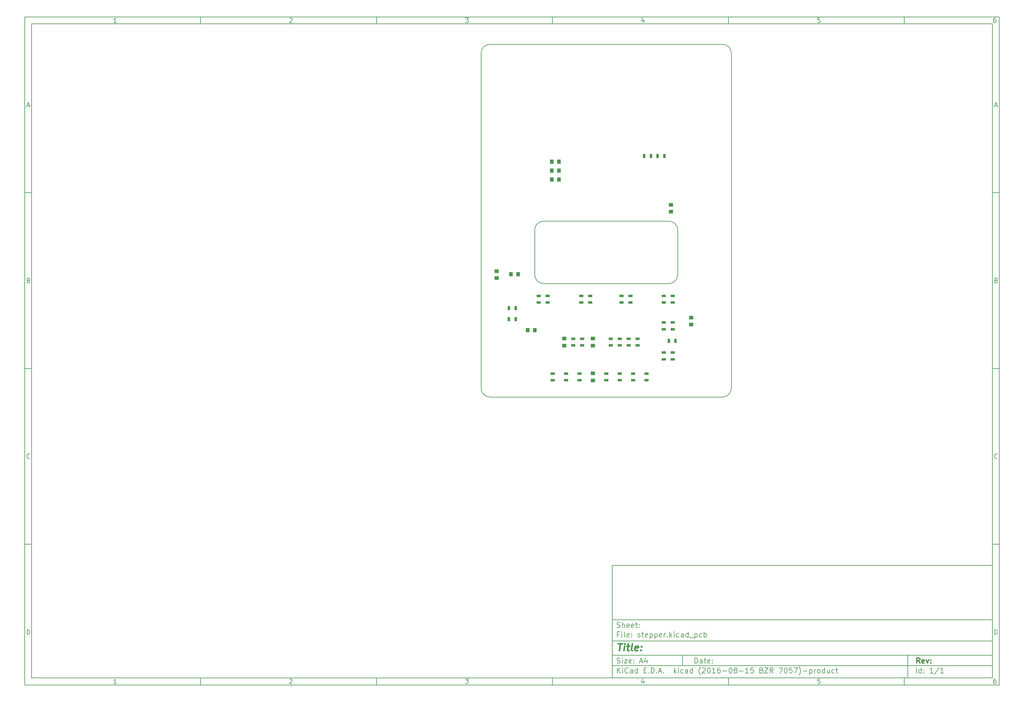
<source format=gbr>
G04 #@! TF.FileFunction,Paste,Bot*
%FSLAX46Y46*%
G04 Gerber Fmt 4.6, Leading zero omitted, Abs format (unit mm)*
G04 Created by KiCad (PCBNEW (2016-08-15 BZR 7057)-product) date Tue Nov  8 12:42:18 2016*
%MOMM*%
%LPD*%
G01*
G04 APERTURE LIST*
%ADD10C,0.100000*%
%ADD11C,0.150000*%
%ADD12C,0.300000*%
%ADD13C,0.400000*%
%ADD14R,1.000000X1.250000*%
%ADD15R,1.300000X0.700000*%
%ADD16R,0.700000X1.300000*%
%ADD17R,1.250000X1.000000*%
G04 APERTURE END LIST*
D10*
D11*
X177002200Y-166007200D02*
X177002200Y-198007200D01*
X285002200Y-198007200D01*
X285002200Y-166007200D01*
X177002200Y-166007200D01*
D10*
D11*
X10000000Y-10000000D02*
X10000000Y-200007200D01*
X287002200Y-200007200D01*
X287002200Y-10000000D01*
X10000000Y-10000000D01*
D10*
D11*
X12000000Y-12000000D02*
X12000000Y-198007200D01*
X285002200Y-198007200D01*
X285002200Y-12000000D01*
X12000000Y-12000000D01*
D10*
D11*
X60000000Y-12000000D02*
X60000000Y-10000000D01*
D10*
D11*
X110000000Y-12000000D02*
X110000000Y-10000000D01*
D10*
D11*
X160000000Y-12000000D02*
X160000000Y-10000000D01*
D10*
D11*
X210000000Y-12000000D02*
X210000000Y-10000000D01*
D10*
D11*
X260000000Y-12000000D02*
X260000000Y-10000000D01*
D10*
D11*
X36065476Y-11588095D02*
X35322619Y-11588095D01*
X35694047Y-11588095D02*
X35694047Y-10288095D01*
X35570238Y-10473809D01*
X35446428Y-10597619D01*
X35322619Y-10659523D01*
D10*
D11*
X85322619Y-10411904D02*
X85384523Y-10350000D01*
X85508333Y-10288095D01*
X85817857Y-10288095D01*
X85941666Y-10350000D01*
X86003571Y-10411904D01*
X86065476Y-10535714D01*
X86065476Y-10659523D01*
X86003571Y-10845238D01*
X85260714Y-11588095D01*
X86065476Y-11588095D01*
D10*
D11*
X135260714Y-10288095D02*
X136065476Y-10288095D01*
X135632142Y-10783333D01*
X135817857Y-10783333D01*
X135941666Y-10845238D01*
X136003571Y-10907142D01*
X136065476Y-11030952D01*
X136065476Y-11340476D01*
X136003571Y-11464285D01*
X135941666Y-11526190D01*
X135817857Y-11588095D01*
X135446428Y-11588095D01*
X135322619Y-11526190D01*
X135260714Y-11464285D01*
D10*
D11*
X185941666Y-10721428D02*
X185941666Y-11588095D01*
X185632142Y-10226190D02*
X185322619Y-11154761D01*
X186127380Y-11154761D01*
D10*
D11*
X236003571Y-10288095D02*
X235384523Y-10288095D01*
X235322619Y-10907142D01*
X235384523Y-10845238D01*
X235508333Y-10783333D01*
X235817857Y-10783333D01*
X235941666Y-10845238D01*
X236003571Y-10907142D01*
X236065476Y-11030952D01*
X236065476Y-11340476D01*
X236003571Y-11464285D01*
X235941666Y-11526190D01*
X235817857Y-11588095D01*
X235508333Y-11588095D01*
X235384523Y-11526190D01*
X235322619Y-11464285D01*
D10*
D11*
X285941666Y-10288095D02*
X285694047Y-10288095D01*
X285570238Y-10350000D01*
X285508333Y-10411904D01*
X285384523Y-10597619D01*
X285322619Y-10845238D01*
X285322619Y-11340476D01*
X285384523Y-11464285D01*
X285446428Y-11526190D01*
X285570238Y-11588095D01*
X285817857Y-11588095D01*
X285941666Y-11526190D01*
X286003571Y-11464285D01*
X286065476Y-11340476D01*
X286065476Y-11030952D01*
X286003571Y-10907142D01*
X285941666Y-10845238D01*
X285817857Y-10783333D01*
X285570238Y-10783333D01*
X285446428Y-10845238D01*
X285384523Y-10907142D01*
X285322619Y-11030952D01*
D10*
D11*
X60000000Y-198007200D02*
X60000000Y-200007200D01*
D10*
D11*
X110000000Y-198007200D02*
X110000000Y-200007200D01*
D10*
D11*
X160000000Y-198007200D02*
X160000000Y-200007200D01*
D10*
D11*
X210000000Y-198007200D02*
X210000000Y-200007200D01*
D10*
D11*
X260000000Y-198007200D02*
X260000000Y-200007200D01*
D10*
D11*
X36065476Y-199595295D02*
X35322619Y-199595295D01*
X35694047Y-199595295D02*
X35694047Y-198295295D01*
X35570238Y-198481009D01*
X35446428Y-198604819D01*
X35322619Y-198666723D01*
D10*
D11*
X85322619Y-198419104D02*
X85384523Y-198357200D01*
X85508333Y-198295295D01*
X85817857Y-198295295D01*
X85941666Y-198357200D01*
X86003571Y-198419104D01*
X86065476Y-198542914D01*
X86065476Y-198666723D01*
X86003571Y-198852438D01*
X85260714Y-199595295D01*
X86065476Y-199595295D01*
D10*
D11*
X135260714Y-198295295D02*
X136065476Y-198295295D01*
X135632142Y-198790533D01*
X135817857Y-198790533D01*
X135941666Y-198852438D01*
X136003571Y-198914342D01*
X136065476Y-199038152D01*
X136065476Y-199347676D01*
X136003571Y-199471485D01*
X135941666Y-199533390D01*
X135817857Y-199595295D01*
X135446428Y-199595295D01*
X135322619Y-199533390D01*
X135260714Y-199471485D01*
D10*
D11*
X185941666Y-198728628D02*
X185941666Y-199595295D01*
X185632142Y-198233390D02*
X185322619Y-199161961D01*
X186127380Y-199161961D01*
D10*
D11*
X236003571Y-198295295D02*
X235384523Y-198295295D01*
X235322619Y-198914342D01*
X235384523Y-198852438D01*
X235508333Y-198790533D01*
X235817857Y-198790533D01*
X235941666Y-198852438D01*
X236003571Y-198914342D01*
X236065476Y-199038152D01*
X236065476Y-199347676D01*
X236003571Y-199471485D01*
X235941666Y-199533390D01*
X235817857Y-199595295D01*
X235508333Y-199595295D01*
X235384523Y-199533390D01*
X235322619Y-199471485D01*
D10*
D11*
X285941666Y-198295295D02*
X285694047Y-198295295D01*
X285570238Y-198357200D01*
X285508333Y-198419104D01*
X285384523Y-198604819D01*
X285322619Y-198852438D01*
X285322619Y-199347676D01*
X285384523Y-199471485D01*
X285446428Y-199533390D01*
X285570238Y-199595295D01*
X285817857Y-199595295D01*
X285941666Y-199533390D01*
X286003571Y-199471485D01*
X286065476Y-199347676D01*
X286065476Y-199038152D01*
X286003571Y-198914342D01*
X285941666Y-198852438D01*
X285817857Y-198790533D01*
X285570238Y-198790533D01*
X285446428Y-198852438D01*
X285384523Y-198914342D01*
X285322619Y-199038152D01*
D10*
D11*
X10000000Y-60000000D02*
X12000000Y-60000000D01*
D10*
D11*
X10000000Y-110000000D02*
X12000000Y-110000000D01*
D10*
D11*
X10000000Y-160000000D02*
X12000000Y-160000000D01*
D10*
D11*
X10690476Y-35216666D02*
X11309523Y-35216666D01*
X10566666Y-35588095D02*
X11000000Y-34288095D01*
X11433333Y-35588095D01*
D10*
D11*
X11092857Y-84907142D02*
X11278571Y-84969047D01*
X11340476Y-85030952D01*
X11402380Y-85154761D01*
X11402380Y-85340476D01*
X11340476Y-85464285D01*
X11278571Y-85526190D01*
X11154761Y-85588095D01*
X10659523Y-85588095D01*
X10659523Y-84288095D01*
X11092857Y-84288095D01*
X11216666Y-84350000D01*
X11278571Y-84411904D01*
X11340476Y-84535714D01*
X11340476Y-84659523D01*
X11278571Y-84783333D01*
X11216666Y-84845238D01*
X11092857Y-84907142D01*
X10659523Y-84907142D01*
D10*
D11*
X11402380Y-135464285D02*
X11340476Y-135526190D01*
X11154761Y-135588095D01*
X11030952Y-135588095D01*
X10845238Y-135526190D01*
X10721428Y-135402380D01*
X10659523Y-135278571D01*
X10597619Y-135030952D01*
X10597619Y-134845238D01*
X10659523Y-134597619D01*
X10721428Y-134473809D01*
X10845238Y-134350000D01*
X11030952Y-134288095D01*
X11154761Y-134288095D01*
X11340476Y-134350000D01*
X11402380Y-134411904D01*
D10*
D11*
X10659523Y-185588095D02*
X10659523Y-184288095D01*
X10969047Y-184288095D01*
X11154761Y-184350000D01*
X11278571Y-184473809D01*
X11340476Y-184597619D01*
X11402380Y-184845238D01*
X11402380Y-185030952D01*
X11340476Y-185278571D01*
X11278571Y-185402380D01*
X11154761Y-185526190D01*
X10969047Y-185588095D01*
X10659523Y-185588095D01*
D10*
D11*
X287002200Y-60000000D02*
X285002200Y-60000000D01*
D10*
D11*
X287002200Y-110000000D02*
X285002200Y-110000000D01*
D10*
D11*
X287002200Y-160000000D02*
X285002200Y-160000000D01*
D10*
D11*
X285692676Y-35216666D02*
X286311723Y-35216666D01*
X285568866Y-35588095D02*
X286002200Y-34288095D01*
X286435533Y-35588095D01*
D10*
D11*
X286095057Y-84907142D02*
X286280771Y-84969047D01*
X286342676Y-85030952D01*
X286404580Y-85154761D01*
X286404580Y-85340476D01*
X286342676Y-85464285D01*
X286280771Y-85526190D01*
X286156961Y-85588095D01*
X285661723Y-85588095D01*
X285661723Y-84288095D01*
X286095057Y-84288095D01*
X286218866Y-84350000D01*
X286280771Y-84411904D01*
X286342676Y-84535714D01*
X286342676Y-84659523D01*
X286280771Y-84783333D01*
X286218866Y-84845238D01*
X286095057Y-84907142D01*
X285661723Y-84907142D01*
D10*
D11*
X286404580Y-135464285D02*
X286342676Y-135526190D01*
X286156961Y-135588095D01*
X286033152Y-135588095D01*
X285847438Y-135526190D01*
X285723628Y-135402380D01*
X285661723Y-135278571D01*
X285599819Y-135030952D01*
X285599819Y-134845238D01*
X285661723Y-134597619D01*
X285723628Y-134473809D01*
X285847438Y-134350000D01*
X286033152Y-134288095D01*
X286156961Y-134288095D01*
X286342676Y-134350000D01*
X286404580Y-134411904D01*
D10*
D11*
X285661723Y-185588095D02*
X285661723Y-184288095D01*
X285971247Y-184288095D01*
X286156961Y-184350000D01*
X286280771Y-184473809D01*
X286342676Y-184597619D01*
X286404580Y-184845238D01*
X286404580Y-185030952D01*
X286342676Y-185278571D01*
X286280771Y-185402380D01*
X286156961Y-185526190D01*
X285971247Y-185588095D01*
X285661723Y-185588095D01*
D10*
D11*
X200434342Y-193785771D02*
X200434342Y-192285771D01*
X200791485Y-192285771D01*
X201005771Y-192357200D01*
X201148628Y-192500057D01*
X201220057Y-192642914D01*
X201291485Y-192928628D01*
X201291485Y-193142914D01*
X201220057Y-193428628D01*
X201148628Y-193571485D01*
X201005771Y-193714342D01*
X200791485Y-193785771D01*
X200434342Y-193785771D01*
X202577200Y-193785771D02*
X202577200Y-193000057D01*
X202505771Y-192857200D01*
X202362914Y-192785771D01*
X202077200Y-192785771D01*
X201934342Y-192857200D01*
X202577200Y-193714342D02*
X202434342Y-193785771D01*
X202077200Y-193785771D01*
X201934342Y-193714342D01*
X201862914Y-193571485D01*
X201862914Y-193428628D01*
X201934342Y-193285771D01*
X202077200Y-193214342D01*
X202434342Y-193214342D01*
X202577200Y-193142914D01*
X203077200Y-192785771D02*
X203648628Y-192785771D01*
X203291485Y-192285771D02*
X203291485Y-193571485D01*
X203362914Y-193714342D01*
X203505771Y-193785771D01*
X203648628Y-193785771D01*
X204720057Y-193714342D02*
X204577200Y-193785771D01*
X204291485Y-193785771D01*
X204148628Y-193714342D01*
X204077200Y-193571485D01*
X204077200Y-193000057D01*
X204148628Y-192857200D01*
X204291485Y-192785771D01*
X204577200Y-192785771D01*
X204720057Y-192857200D01*
X204791485Y-193000057D01*
X204791485Y-193142914D01*
X204077200Y-193285771D01*
X205434342Y-193642914D02*
X205505771Y-193714342D01*
X205434342Y-193785771D01*
X205362914Y-193714342D01*
X205434342Y-193642914D01*
X205434342Y-193785771D01*
X205434342Y-192857200D02*
X205505771Y-192928628D01*
X205434342Y-193000057D01*
X205362914Y-192928628D01*
X205434342Y-192857200D01*
X205434342Y-193000057D01*
D10*
D11*
X177002200Y-194507200D02*
X285002200Y-194507200D01*
D10*
D11*
X178434342Y-196585771D02*
X178434342Y-195085771D01*
X179291485Y-196585771D02*
X178648628Y-195728628D01*
X179291485Y-195085771D02*
X178434342Y-195942914D01*
X179934342Y-196585771D02*
X179934342Y-195585771D01*
X179934342Y-195085771D02*
X179862914Y-195157200D01*
X179934342Y-195228628D01*
X180005771Y-195157200D01*
X179934342Y-195085771D01*
X179934342Y-195228628D01*
X181505771Y-196442914D02*
X181434342Y-196514342D01*
X181220057Y-196585771D01*
X181077200Y-196585771D01*
X180862914Y-196514342D01*
X180720057Y-196371485D01*
X180648628Y-196228628D01*
X180577200Y-195942914D01*
X180577200Y-195728628D01*
X180648628Y-195442914D01*
X180720057Y-195300057D01*
X180862914Y-195157200D01*
X181077200Y-195085771D01*
X181220057Y-195085771D01*
X181434342Y-195157200D01*
X181505771Y-195228628D01*
X182791485Y-196585771D02*
X182791485Y-195800057D01*
X182720057Y-195657200D01*
X182577200Y-195585771D01*
X182291485Y-195585771D01*
X182148628Y-195657200D01*
X182791485Y-196514342D02*
X182648628Y-196585771D01*
X182291485Y-196585771D01*
X182148628Y-196514342D01*
X182077200Y-196371485D01*
X182077200Y-196228628D01*
X182148628Y-196085771D01*
X182291485Y-196014342D01*
X182648628Y-196014342D01*
X182791485Y-195942914D01*
X184148628Y-196585771D02*
X184148628Y-195085771D01*
X184148628Y-196514342D02*
X184005771Y-196585771D01*
X183720057Y-196585771D01*
X183577200Y-196514342D01*
X183505771Y-196442914D01*
X183434342Y-196300057D01*
X183434342Y-195871485D01*
X183505771Y-195728628D01*
X183577200Y-195657200D01*
X183720057Y-195585771D01*
X184005771Y-195585771D01*
X184148628Y-195657200D01*
X186005771Y-195800057D02*
X186505771Y-195800057D01*
X186720057Y-196585771D02*
X186005771Y-196585771D01*
X186005771Y-195085771D01*
X186720057Y-195085771D01*
X187362914Y-196442914D02*
X187434342Y-196514342D01*
X187362914Y-196585771D01*
X187291485Y-196514342D01*
X187362914Y-196442914D01*
X187362914Y-196585771D01*
X188077200Y-196585771D02*
X188077200Y-195085771D01*
X188434342Y-195085771D01*
X188648628Y-195157200D01*
X188791485Y-195300057D01*
X188862914Y-195442914D01*
X188934342Y-195728628D01*
X188934342Y-195942914D01*
X188862914Y-196228628D01*
X188791485Y-196371485D01*
X188648628Y-196514342D01*
X188434342Y-196585771D01*
X188077200Y-196585771D01*
X189577200Y-196442914D02*
X189648628Y-196514342D01*
X189577200Y-196585771D01*
X189505771Y-196514342D01*
X189577200Y-196442914D01*
X189577200Y-196585771D01*
X190220057Y-196157200D02*
X190934342Y-196157200D01*
X190077200Y-196585771D02*
X190577200Y-195085771D01*
X191077200Y-196585771D01*
X191577200Y-196442914D02*
X191648628Y-196514342D01*
X191577200Y-196585771D01*
X191505771Y-196514342D01*
X191577200Y-196442914D01*
X191577200Y-196585771D01*
X194577200Y-196585771D02*
X194577200Y-195085771D01*
X194720057Y-196014342D02*
X195148628Y-196585771D01*
X195148628Y-195585771D02*
X194577200Y-196157200D01*
X195791485Y-196585771D02*
X195791485Y-195585771D01*
X195791485Y-195085771D02*
X195720057Y-195157200D01*
X195791485Y-195228628D01*
X195862914Y-195157200D01*
X195791485Y-195085771D01*
X195791485Y-195228628D01*
X197148628Y-196514342D02*
X197005771Y-196585771D01*
X196720057Y-196585771D01*
X196577200Y-196514342D01*
X196505771Y-196442914D01*
X196434342Y-196300057D01*
X196434342Y-195871485D01*
X196505771Y-195728628D01*
X196577200Y-195657200D01*
X196720057Y-195585771D01*
X197005771Y-195585771D01*
X197148628Y-195657200D01*
X198434342Y-196585771D02*
X198434342Y-195800057D01*
X198362914Y-195657200D01*
X198220057Y-195585771D01*
X197934342Y-195585771D01*
X197791485Y-195657200D01*
X198434342Y-196514342D02*
X198291485Y-196585771D01*
X197934342Y-196585771D01*
X197791485Y-196514342D01*
X197720057Y-196371485D01*
X197720057Y-196228628D01*
X197791485Y-196085771D01*
X197934342Y-196014342D01*
X198291485Y-196014342D01*
X198434342Y-195942914D01*
X199791485Y-196585771D02*
X199791485Y-195085771D01*
X199791485Y-196514342D02*
X199648628Y-196585771D01*
X199362914Y-196585771D01*
X199220057Y-196514342D01*
X199148628Y-196442914D01*
X199077200Y-196300057D01*
X199077200Y-195871485D01*
X199148628Y-195728628D01*
X199220057Y-195657200D01*
X199362914Y-195585771D01*
X199648628Y-195585771D01*
X199791485Y-195657200D01*
X202077200Y-197157200D02*
X202005771Y-197085771D01*
X201862914Y-196871485D01*
X201791485Y-196728628D01*
X201720057Y-196514342D01*
X201648628Y-196157200D01*
X201648628Y-195871485D01*
X201720057Y-195514342D01*
X201791485Y-195300057D01*
X201862914Y-195157200D01*
X202005771Y-194942914D01*
X202077200Y-194871485D01*
X202577200Y-195228628D02*
X202648628Y-195157200D01*
X202791485Y-195085771D01*
X203148628Y-195085771D01*
X203291485Y-195157200D01*
X203362914Y-195228628D01*
X203434342Y-195371485D01*
X203434342Y-195514342D01*
X203362914Y-195728628D01*
X202505771Y-196585771D01*
X203434342Y-196585771D01*
X204362914Y-195085771D02*
X204505771Y-195085771D01*
X204648628Y-195157200D01*
X204720057Y-195228628D01*
X204791485Y-195371485D01*
X204862914Y-195657200D01*
X204862914Y-196014342D01*
X204791485Y-196300057D01*
X204720057Y-196442914D01*
X204648628Y-196514342D01*
X204505771Y-196585771D01*
X204362914Y-196585771D01*
X204220057Y-196514342D01*
X204148628Y-196442914D01*
X204077200Y-196300057D01*
X204005771Y-196014342D01*
X204005771Y-195657200D01*
X204077200Y-195371485D01*
X204148628Y-195228628D01*
X204220057Y-195157200D01*
X204362914Y-195085771D01*
X206291485Y-196585771D02*
X205434342Y-196585771D01*
X205862914Y-196585771D02*
X205862914Y-195085771D01*
X205720057Y-195300057D01*
X205577200Y-195442914D01*
X205434342Y-195514342D01*
X207577200Y-195085771D02*
X207291485Y-195085771D01*
X207148628Y-195157200D01*
X207077200Y-195228628D01*
X206934342Y-195442914D01*
X206862914Y-195728628D01*
X206862914Y-196300057D01*
X206934342Y-196442914D01*
X207005771Y-196514342D01*
X207148628Y-196585771D01*
X207434342Y-196585771D01*
X207577200Y-196514342D01*
X207648628Y-196442914D01*
X207720057Y-196300057D01*
X207720057Y-195942914D01*
X207648628Y-195800057D01*
X207577200Y-195728628D01*
X207434342Y-195657200D01*
X207148628Y-195657200D01*
X207005771Y-195728628D01*
X206934342Y-195800057D01*
X206862914Y-195942914D01*
X208362914Y-196014342D02*
X209505771Y-196014342D01*
X210505771Y-195085771D02*
X210648628Y-195085771D01*
X210791485Y-195157200D01*
X210862914Y-195228628D01*
X210934342Y-195371485D01*
X211005771Y-195657200D01*
X211005771Y-196014342D01*
X210934342Y-196300057D01*
X210862914Y-196442914D01*
X210791485Y-196514342D01*
X210648628Y-196585771D01*
X210505771Y-196585771D01*
X210362914Y-196514342D01*
X210291485Y-196442914D01*
X210220057Y-196300057D01*
X210148628Y-196014342D01*
X210148628Y-195657200D01*
X210220057Y-195371485D01*
X210291485Y-195228628D01*
X210362914Y-195157200D01*
X210505771Y-195085771D01*
X211862914Y-195728628D02*
X211720057Y-195657200D01*
X211648628Y-195585771D01*
X211577200Y-195442914D01*
X211577200Y-195371485D01*
X211648628Y-195228628D01*
X211720057Y-195157200D01*
X211862914Y-195085771D01*
X212148628Y-195085771D01*
X212291485Y-195157200D01*
X212362914Y-195228628D01*
X212434342Y-195371485D01*
X212434342Y-195442914D01*
X212362914Y-195585771D01*
X212291485Y-195657200D01*
X212148628Y-195728628D01*
X211862914Y-195728628D01*
X211720057Y-195800057D01*
X211648628Y-195871485D01*
X211577200Y-196014342D01*
X211577200Y-196300057D01*
X211648628Y-196442914D01*
X211720057Y-196514342D01*
X211862914Y-196585771D01*
X212148628Y-196585771D01*
X212291485Y-196514342D01*
X212362914Y-196442914D01*
X212434342Y-196300057D01*
X212434342Y-196014342D01*
X212362914Y-195871485D01*
X212291485Y-195800057D01*
X212148628Y-195728628D01*
X213077200Y-196014342D02*
X214220057Y-196014342D01*
X215720057Y-196585771D02*
X214862914Y-196585771D01*
X215291485Y-196585771D02*
X215291485Y-195085771D01*
X215148628Y-195300057D01*
X215005771Y-195442914D01*
X214862914Y-195514342D01*
X217077200Y-195085771D02*
X216362914Y-195085771D01*
X216291485Y-195800057D01*
X216362914Y-195728628D01*
X216505771Y-195657200D01*
X216862914Y-195657200D01*
X217005771Y-195728628D01*
X217077200Y-195800057D01*
X217148628Y-195942914D01*
X217148628Y-196300057D01*
X217077200Y-196442914D01*
X217005771Y-196514342D01*
X216862914Y-196585771D01*
X216505771Y-196585771D01*
X216362914Y-196514342D01*
X216291485Y-196442914D01*
X219434342Y-195800057D02*
X219648628Y-195871485D01*
X219720057Y-195942914D01*
X219791485Y-196085771D01*
X219791485Y-196300057D01*
X219720057Y-196442914D01*
X219648628Y-196514342D01*
X219505771Y-196585771D01*
X218934342Y-196585771D01*
X218934342Y-195085771D01*
X219434342Y-195085771D01*
X219577200Y-195157200D01*
X219648628Y-195228628D01*
X219720057Y-195371485D01*
X219720057Y-195514342D01*
X219648628Y-195657200D01*
X219577200Y-195728628D01*
X219434342Y-195800057D01*
X218934342Y-195800057D01*
X220291485Y-195085771D02*
X221291485Y-195085771D01*
X220291485Y-196585771D01*
X221291485Y-196585771D01*
X222720057Y-196585771D02*
X222220057Y-195871485D01*
X221862914Y-196585771D02*
X221862914Y-195085771D01*
X222434342Y-195085771D01*
X222577200Y-195157200D01*
X222648628Y-195228628D01*
X222720057Y-195371485D01*
X222720057Y-195585771D01*
X222648628Y-195728628D01*
X222577200Y-195800057D01*
X222434342Y-195871485D01*
X221862914Y-195871485D01*
X224362914Y-195085771D02*
X225362914Y-195085771D01*
X224720057Y-196585771D01*
X226220057Y-195085771D02*
X226362914Y-195085771D01*
X226505771Y-195157200D01*
X226577200Y-195228628D01*
X226648628Y-195371485D01*
X226720057Y-195657200D01*
X226720057Y-196014342D01*
X226648628Y-196300057D01*
X226577200Y-196442914D01*
X226505771Y-196514342D01*
X226362914Y-196585771D01*
X226220057Y-196585771D01*
X226077200Y-196514342D01*
X226005771Y-196442914D01*
X225934342Y-196300057D01*
X225862914Y-196014342D01*
X225862914Y-195657200D01*
X225934342Y-195371485D01*
X226005771Y-195228628D01*
X226077200Y-195157200D01*
X226220057Y-195085771D01*
X228077200Y-195085771D02*
X227362914Y-195085771D01*
X227291485Y-195800057D01*
X227362914Y-195728628D01*
X227505771Y-195657200D01*
X227862914Y-195657200D01*
X228005771Y-195728628D01*
X228077200Y-195800057D01*
X228148628Y-195942914D01*
X228148628Y-196300057D01*
X228077200Y-196442914D01*
X228005771Y-196514342D01*
X227862914Y-196585771D01*
X227505771Y-196585771D01*
X227362914Y-196514342D01*
X227291485Y-196442914D01*
X228648628Y-195085771D02*
X229648628Y-195085771D01*
X229005771Y-196585771D01*
X230077199Y-197157200D02*
X230148628Y-197085771D01*
X230291485Y-196871485D01*
X230362914Y-196728628D01*
X230434342Y-196514342D01*
X230505771Y-196157200D01*
X230505771Y-195871485D01*
X230434342Y-195514342D01*
X230362914Y-195300057D01*
X230291485Y-195157200D01*
X230148628Y-194942914D01*
X230077199Y-194871485D01*
X231220057Y-196014342D02*
X232362914Y-196014342D01*
X233077199Y-195585771D02*
X233077199Y-197085771D01*
X233077199Y-195657200D02*
X233220057Y-195585771D01*
X233505771Y-195585771D01*
X233648628Y-195657200D01*
X233720057Y-195728628D01*
X233791485Y-195871485D01*
X233791485Y-196300057D01*
X233720057Y-196442914D01*
X233648628Y-196514342D01*
X233505771Y-196585771D01*
X233220057Y-196585771D01*
X233077199Y-196514342D01*
X234434342Y-196585771D02*
X234434342Y-195585771D01*
X234434342Y-195871485D02*
X234505771Y-195728628D01*
X234577199Y-195657200D01*
X234720057Y-195585771D01*
X234862914Y-195585771D01*
X235577199Y-196585771D02*
X235434342Y-196514342D01*
X235362914Y-196442914D01*
X235291485Y-196300057D01*
X235291485Y-195871485D01*
X235362914Y-195728628D01*
X235434342Y-195657200D01*
X235577199Y-195585771D01*
X235791485Y-195585771D01*
X235934342Y-195657200D01*
X236005771Y-195728628D01*
X236077199Y-195871485D01*
X236077199Y-196300057D01*
X236005771Y-196442914D01*
X235934342Y-196514342D01*
X235791485Y-196585771D01*
X235577199Y-196585771D01*
X237362914Y-196585771D02*
X237362914Y-195085771D01*
X237362914Y-196514342D02*
X237220057Y-196585771D01*
X236934342Y-196585771D01*
X236791485Y-196514342D01*
X236720057Y-196442914D01*
X236648628Y-196300057D01*
X236648628Y-195871485D01*
X236720057Y-195728628D01*
X236791485Y-195657200D01*
X236934342Y-195585771D01*
X237220057Y-195585771D01*
X237362914Y-195657200D01*
X238720057Y-195585771D02*
X238720057Y-196585771D01*
X238077199Y-195585771D02*
X238077199Y-196371485D01*
X238148628Y-196514342D01*
X238291485Y-196585771D01*
X238505771Y-196585771D01*
X238648628Y-196514342D01*
X238720057Y-196442914D01*
X240077199Y-196514342D02*
X239934342Y-196585771D01*
X239648628Y-196585771D01*
X239505771Y-196514342D01*
X239434342Y-196442914D01*
X239362914Y-196300057D01*
X239362914Y-195871485D01*
X239434342Y-195728628D01*
X239505771Y-195657200D01*
X239648628Y-195585771D01*
X239934342Y-195585771D01*
X240077199Y-195657200D01*
X240505771Y-195585771D02*
X241077199Y-195585771D01*
X240720057Y-195085771D02*
X240720057Y-196371485D01*
X240791485Y-196514342D01*
X240934342Y-196585771D01*
X241077199Y-196585771D01*
D10*
D11*
X177002200Y-191507200D02*
X285002200Y-191507200D01*
D10*
D12*
X264411485Y-193785771D02*
X263911485Y-193071485D01*
X263554342Y-193785771D02*
X263554342Y-192285771D01*
X264125771Y-192285771D01*
X264268628Y-192357200D01*
X264340057Y-192428628D01*
X264411485Y-192571485D01*
X264411485Y-192785771D01*
X264340057Y-192928628D01*
X264268628Y-193000057D01*
X264125771Y-193071485D01*
X263554342Y-193071485D01*
X265625771Y-193714342D02*
X265482914Y-193785771D01*
X265197200Y-193785771D01*
X265054342Y-193714342D01*
X264982914Y-193571485D01*
X264982914Y-193000057D01*
X265054342Y-192857200D01*
X265197200Y-192785771D01*
X265482914Y-192785771D01*
X265625771Y-192857200D01*
X265697200Y-193000057D01*
X265697200Y-193142914D01*
X264982914Y-193285771D01*
X266197200Y-192785771D02*
X266554342Y-193785771D01*
X266911485Y-192785771D01*
X267482914Y-193642914D02*
X267554342Y-193714342D01*
X267482914Y-193785771D01*
X267411485Y-193714342D01*
X267482914Y-193642914D01*
X267482914Y-193785771D01*
X267482914Y-192857200D02*
X267554342Y-192928628D01*
X267482914Y-193000057D01*
X267411485Y-192928628D01*
X267482914Y-192857200D01*
X267482914Y-193000057D01*
D10*
D11*
X178362914Y-193714342D02*
X178577200Y-193785771D01*
X178934342Y-193785771D01*
X179077200Y-193714342D01*
X179148628Y-193642914D01*
X179220057Y-193500057D01*
X179220057Y-193357200D01*
X179148628Y-193214342D01*
X179077200Y-193142914D01*
X178934342Y-193071485D01*
X178648628Y-193000057D01*
X178505771Y-192928628D01*
X178434342Y-192857200D01*
X178362914Y-192714342D01*
X178362914Y-192571485D01*
X178434342Y-192428628D01*
X178505771Y-192357200D01*
X178648628Y-192285771D01*
X179005771Y-192285771D01*
X179220057Y-192357200D01*
X179862914Y-193785771D02*
X179862914Y-192785771D01*
X179862914Y-192285771D02*
X179791485Y-192357200D01*
X179862914Y-192428628D01*
X179934342Y-192357200D01*
X179862914Y-192285771D01*
X179862914Y-192428628D01*
X180434342Y-192785771D02*
X181220057Y-192785771D01*
X180434342Y-193785771D01*
X181220057Y-193785771D01*
X182362914Y-193714342D02*
X182220057Y-193785771D01*
X181934342Y-193785771D01*
X181791485Y-193714342D01*
X181720057Y-193571485D01*
X181720057Y-193000057D01*
X181791485Y-192857200D01*
X181934342Y-192785771D01*
X182220057Y-192785771D01*
X182362914Y-192857200D01*
X182434342Y-193000057D01*
X182434342Y-193142914D01*
X181720057Y-193285771D01*
X183077200Y-193642914D02*
X183148628Y-193714342D01*
X183077200Y-193785771D01*
X183005771Y-193714342D01*
X183077200Y-193642914D01*
X183077200Y-193785771D01*
X183077200Y-192857200D02*
X183148628Y-192928628D01*
X183077200Y-193000057D01*
X183005771Y-192928628D01*
X183077200Y-192857200D01*
X183077200Y-193000057D01*
X184862914Y-193357200D02*
X185577200Y-193357200D01*
X184720057Y-193785771D02*
X185220057Y-192285771D01*
X185720057Y-193785771D01*
X186862914Y-192785771D02*
X186862914Y-193785771D01*
X186505771Y-192214342D02*
X186148628Y-193285771D01*
X187077200Y-193285771D01*
D10*
D11*
X263434342Y-196585771D02*
X263434342Y-195085771D01*
X264791485Y-196585771D02*
X264791485Y-195085771D01*
X264791485Y-196514342D02*
X264648628Y-196585771D01*
X264362914Y-196585771D01*
X264220057Y-196514342D01*
X264148628Y-196442914D01*
X264077200Y-196300057D01*
X264077200Y-195871485D01*
X264148628Y-195728628D01*
X264220057Y-195657200D01*
X264362914Y-195585771D01*
X264648628Y-195585771D01*
X264791485Y-195657200D01*
X265505771Y-196442914D02*
X265577200Y-196514342D01*
X265505771Y-196585771D01*
X265434342Y-196514342D01*
X265505771Y-196442914D01*
X265505771Y-196585771D01*
X265505771Y-195657200D02*
X265577200Y-195728628D01*
X265505771Y-195800057D01*
X265434342Y-195728628D01*
X265505771Y-195657200D01*
X265505771Y-195800057D01*
X268148628Y-196585771D02*
X267291485Y-196585771D01*
X267720057Y-196585771D02*
X267720057Y-195085771D01*
X267577200Y-195300057D01*
X267434342Y-195442914D01*
X267291485Y-195514342D01*
X269862914Y-195014342D02*
X268577200Y-196942914D01*
X271148628Y-196585771D02*
X270291485Y-196585771D01*
X270720057Y-196585771D02*
X270720057Y-195085771D01*
X270577200Y-195300057D01*
X270434342Y-195442914D01*
X270291485Y-195514342D01*
D10*
D11*
X177002200Y-187507200D02*
X285002200Y-187507200D01*
D10*
D13*
X178714580Y-188211961D02*
X179857438Y-188211961D01*
X179036009Y-190211961D02*
X179286009Y-188211961D01*
X180274104Y-190211961D02*
X180440771Y-188878628D01*
X180524104Y-188211961D02*
X180416961Y-188307200D01*
X180500295Y-188402438D01*
X180607438Y-188307200D01*
X180524104Y-188211961D01*
X180500295Y-188402438D01*
X181107438Y-188878628D02*
X181869342Y-188878628D01*
X181476485Y-188211961D02*
X181262200Y-189926247D01*
X181333628Y-190116723D01*
X181512200Y-190211961D01*
X181702676Y-190211961D01*
X182655057Y-190211961D02*
X182476485Y-190116723D01*
X182405057Y-189926247D01*
X182619342Y-188211961D01*
X184190771Y-190116723D02*
X183988390Y-190211961D01*
X183607438Y-190211961D01*
X183428866Y-190116723D01*
X183357438Y-189926247D01*
X183452676Y-189164342D01*
X183571723Y-188973866D01*
X183774104Y-188878628D01*
X184155057Y-188878628D01*
X184333628Y-188973866D01*
X184405057Y-189164342D01*
X184381247Y-189354819D01*
X183405057Y-189545295D01*
X185155057Y-190021485D02*
X185238390Y-190116723D01*
X185131247Y-190211961D01*
X185047914Y-190116723D01*
X185155057Y-190021485D01*
X185131247Y-190211961D01*
X185286009Y-188973866D02*
X185369342Y-189069104D01*
X185262200Y-189164342D01*
X185178866Y-189069104D01*
X185286009Y-188973866D01*
X185262200Y-189164342D01*
D10*
D11*
X178934342Y-185600057D02*
X178434342Y-185600057D01*
X178434342Y-186385771D02*
X178434342Y-184885771D01*
X179148628Y-184885771D01*
X179720057Y-186385771D02*
X179720057Y-185385771D01*
X179720057Y-184885771D02*
X179648628Y-184957200D01*
X179720057Y-185028628D01*
X179791485Y-184957200D01*
X179720057Y-184885771D01*
X179720057Y-185028628D01*
X180648628Y-186385771D02*
X180505771Y-186314342D01*
X180434342Y-186171485D01*
X180434342Y-184885771D01*
X181791485Y-186314342D02*
X181648628Y-186385771D01*
X181362914Y-186385771D01*
X181220057Y-186314342D01*
X181148628Y-186171485D01*
X181148628Y-185600057D01*
X181220057Y-185457200D01*
X181362914Y-185385771D01*
X181648628Y-185385771D01*
X181791485Y-185457200D01*
X181862914Y-185600057D01*
X181862914Y-185742914D01*
X181148628Y-185885771D01*
X182505771Y-186242914D02*
X182577200Y-186314342D01*
X182505771Y-186385771D01*
X182434342Y-186314342D01*
X182505771Y-186242914D01*
X182505771Y-186385771D01*
X182505771Y-185457200D02*
X182577200Y-185528628D01*
X182505771Y-185600057D01*
X182434342Y-185528628D01*
X182505771Y-185457200D01*
X182505771Y-185600057D01*
X184291485Y-186314342D02*
X184434342Y-186385771D01*
X184720057Y-186385771D01*
X184862914Y-186314342D01*
X184934342Y-186171485D01*
X184934342Y-186100057D01*
X184862914Y-185957200D01*
X184720057Y-185885771D01*
X184505771Y-185885771D01*
X184362914Y-185814342D01*
X184291485Y-185671485D01*
X184291485Y-185600057D01*
X184362914Y-185457200D01*
X184505771Y-185385771D01*
X184720057Y-185385771D01*
X184862914Y-185457200D01*
X185362914Y-185385771D02*
X185934342Y-185385771D01*
X185577200Y-184885771D02*
X185577200Y-186171485D01*
X185648628Y-186314342D01*
X185791485Y-186385771D01*
X185934342Y-186385771D01*
X187005771Y-186314342D02*
X186862914Y-186385771D01*
X186577200Y-186385771D01*
X186434342Y-186314342D01*
X186362914Y-186171485D01*
X186362914Y-185600057D01*
X186434342Y-185457200D01*
X186577200Y-185385771D01*
X186862914Y-185385771D01*
X187005771Y-185457200D01*
X187077200Y-185600057D01*
X187077200Y-185742914D01*
X186362914Y-185885771D01*
X187720057Y-185385771D02*
X187720057Y-186885771D01*
X187720057Y-185457200D02*
X187862914Y-185385771D01*
X188148628Y-185385771D01*
X188291485Y-185457200D01*
X188362914Y-185528628D01*
X188434342Y-185671485D01*
X188434342Y-186100057D01*
X188362914Y-186242914D01*
X188291485Y-186314342D01*
X188148628Y-186385771D01*
X187862914Y-186385771D01*
X187720057Y-186314342D01*
X189077200Y-185385771D02*
X189077200Y-186885771D01*
X189077200Y-185457200D02*
X189220057Y-185385771D01*
X189505771Y-185385771D01*
X189648628Y-185457200D01*
X189720057Y-185528628D01*
X189791485Y-185671485D01*
X189791485Y-186100057D01*
X189720057Y-186242914D01*
X189648628Y-186314342D01*
X189505771Y-186385771D01*
X189220057Y-186385771D01*
X189077200Y-186314342D01*
X191005771Y-186314342D02*
X190862914Y-186385771D01*
X190577200Y-186385771D01*
X190434342Y-186314342D01*
X190362914Y-186171485D01*
X190362914Y-185600057D01*
X190434342Y-185457200D01*
X190577200Y-185385771D01*
X190862914Y-185385771D01*
X191005771Y-185457200D01*
X191077200Y-185600057D01*
X191077200Y-185742914D01*
X190362914Y-185885771D01*
X191720057Y-186385771D02*
X191720057Y-185385771D01*
X191720057Y-185671485D02*
X191791485Y-185528628D01*
X191862914Y-185457200D01*
X192005771Y-185385771D01*
X192148628Y-185385771D01*
X192648628Y-186242914D02*
X192720057Y-186314342D01*
X192648628Y-186385771D01*
X192577200Y-186314342D01*
X192648628Y-186242914D01*
X192648628Y-186385771D01*
X193362914Y-186385771D02*
X193362914Y-184885771D01*
X193505771Y-185814342D02*
X193934342Y-186385771D01*
X193934342Y-185385771D02*
X193362914Y-185957200D01*
X194577200Y-186385771D02*
X194577200Y-185385771D01*
X194577200Y-184885771D02*
X194505771Y-184957200D01*
X194577200Y-185028628D01*
X194648628Y-184957200D01*
X194577200Y-184885771D01*
X194577200Y-185028628D01*
X195934342Y-186314342D02*
X195791485Y-186385771D01*
X195505771Y-186385771D01*
X195362914Y-186314342D01*
X195291485Y-186242914D01*
X195220057Y-186100057D01*
X195220057Y-185671485D01*
X195291485Y-185528628D01*
X195362914Y-185457200D01*
X195505771Y-185385771D01*
X195791485Y-185385771D01*
X195934342Y-185457200D01*
X197220057Y-186385771D02*
X197220057Y-185600057D01*
X197148628Y-185457200D01*
X197005771Y-185385771D01*
X196720057Y-185385771D01*
X196577200Y-185457200D01*
X197220057Y-186314342D02*
X197077200Y-186385771D01*
X196720057Y-186385771D01*
X196577200Y-186314342D01*
X196505771Y-186171485D01*
X196505771Y-186028628D01*
X196577200Y-185885771D01*
X196720057Y-185814342D01*
X197077200Y-185814342D01*
X197220057Y-185742914D01*
X198577200Y-186385771D02*
X198577200Y-184885771D01*
X198577200Y-186314342D02*
X198434342Y-186385771D01*
X198148628Y-186385771D01*
X198005771Y-186314342D01*
X197934342Y-186242914D01*
X197862914Y-186100057D01*
X197862914Y-185671485D01*
X197934342Y-185528628D01*
X198005771Y-185457200D01*
X198148628Y-185385771D01*
X198434342Y-185385771D01*
X198577200Y-185457200D01*
X198934342Y-186528628D02*
X200077200Y-186528628D01*
X200434342Y-185385771D02*
X200434342Y-186885771D01*
X200434342Y-185457200D02*
X200577200Y-185385771D01*
X200862914Y-185385771D01*
X201005771Y-185457200D01*
X201077200Y-185528628D01*
X201148628Y-185671485D01*
X201148628Y-186100057D01*
X201077200Y-186242914D01*
X201005771Y-186314342D01*
X200862914Y-186385771D01*
X200577200Y-186385771D01*
X200434342Y-186314342D01*
X202434342Y-186314342D02*
X202291485Y-186385771D01*
X202005771Y-186385771D01*
X201862914Y-186314342D01*
X201791485Y-186242914D01*
X201720057Y-186100057D01*
X201720057Y-185671485D01*
X201791485Y-185528628D01*
X201862914Y-185457200D01*
X202005771Y-185385771D01*
X202291485Y-185385771D01*
X202434342Y-185457200D01*
X203077200Y-186385771D02*
X203077200Y-184885771D01*
X203077200Y-185457200D02*
X203220057Y-185385771D01*
X203505771Y-185385771D01*
X203648628Y-185457200D01*
X203720057Y-185528628D01*
X203791485Y-185671485D01*
X203791485Y-186100057D01*
X203720057Y-186242914D01*
X203648628Y-186314342D01*
X203505771Y-186385771D01*
X203220057Y-186385771D01*
X203077200Y-186314342D01*
D10*
D11*
X177002200Y-181507200D02*
X285002200Y-181507200D01*
D10*
D11*
X178362914Y-183614342D02*
X178577200Y-183685771D01*
X178934342Y-183685771D01*
X179077200Y-183614342D01*
X179148628Y-183542914D01*
X179220057Y-183400057D01*
X179220057Y-183257200D01*
X179148628Y-183114342D01*
X179077200Y-183042914D01*
X178934342Y-182971485D01*
X178648628Y-182900057D01*
X178505771Y-182828628D01*
X178434342Y-182757200D01*
X178362914Y-182614342D01*
X178362914Y-182471485D01*
X178434342Y-182328628D01*
X178505771Y-182257200D01*
X178648628Y-182185771D01*
X179005771Y-182185771D01*
X179220057Y-182257200D01*
X179862914Y-183685771D02*
X179862914Y-182185771D01*
X180505771Y-183685771D02*
X180505771Y-182900057D01*
X180434342Y-182757200D01*
X180291485Y-182685771D01*
X180077200Y-182685771D01*
X179934342Y-182757200D01*
X179862914Y-182828628D01*
X181791485Y-183614342D02*
X181648628Y-183685771D01*
X181362914Y-183685771D01*
X181220057Y-183614342D01*
X181148628Y-183471485D01*
X181148628Y-182900057D01*
X181220057Y-182757200D01*
X181362914Y-182685771D01*
X181648628Y-182685771D01*
X181791485Y-182757200D01*
X181862914Y-182900057D01*
X181862914Y-183042914D01*
X181148628Y-183185771D01*
X183077200Y-183614342D02*
X182934342Y-183685771D01*
X182648628Y-183685771D01*
X182505771Y-183614342D01*
X182434342Y-183471485D01*
X182434342Y-182900057D01*
X182505771Y-182757200D01*
X182648628Y-182685771D01*
X182934342Y-182685771D01*
X183077200Y-182757200D01*
X183148628Y-182900057D01*
X183148628Y-183042914D01*
X182434342Y-183185771D01*
X183577200Y-182685771D02*
X184148628Y-182685771D01*
X183791485Y-182185771D02*
X183791485Y-183471485D01*
X183862914Y-183614342D01*
X184005771Y-183685771D01*
X184148628Y-183685771D01*
X184648628Y-183542914D02*
X184720057Y-183614342D01*
X184648628Y-183685771D01*
X184577200Y-183614342D01*
X184648628Y-183542914D01*
X184648628Y-183685771D01*
X184648628Y-182757200D02*
X184720057Y-182828628D01*
X184648628Y-182900057D01*
X184577200Y-182828628D01*
X184648628Y-182757200D01*
X184648628Y-182900057D01*
D10*
D11*
X197002200Y-191507200D02*
X197002200Y-194507200D01*
D10*
D11*
X261002200Y-191507200D02*
X261002200Y-198007200D01*
X139700000Y-115570000D02*
G75*
G03X142240000Y-118110000I2540000J0D01*
G01*
X208280000Y-118110000D02*
G75*
G03X210820000Y-115570000I0J2540000D01*
G01*
X142240000Y-17780000D02*
G75*
G03X139700000Y-20320000I0J-2540000D01*
G01*
X210820000Y-115570000D02*
X210820000Y-20320000D01*
X210820000Y-20320000D02*
G75*
G03X208280000Y-17780000I-2540000J0D01*
G01*
X142240000Y-118110000D02*
X208280000Y-118110000D01*
X139700000Y-20320000D02*
X139700000Y-115570000D01*
X208280000Y-17780000D02*
X142240000Y-17780000D01*
X154940000Y-83312000D02*
G75*
G03X157480000Y-85852000I2540000J0D01*
G01*
X157480000Y-68072000D02*
G75*
G03X154940000Y-70612000I0J-2540000D01*
G01*
X193040000Y-85852000D02*
G75*
G03X195580000Y-83312000I0J2540000D01*
G01*
X195580000Y-70612000D02*
G75*
G03X193040000Y-68072000I-2540000J0D01*
G01*
X195580000Y-70612000D02*
X195580000Y-83312000D01*
X193040000Y-85852000D02*
X157480000Y-85852000D01*
X154940000Y-83312000D02*
X154940000Y-70612000D01*
X193040000Y-68072000D02*
X157480000Y-68072000D01*
D14*
X148225000Y-83185000D03*
X150225000Y-83185000D03*
D15*
X165862000Y-101539000D03*
X165862000Y-103439000D03*
X168402000Y-103439000D03*
X168402000Y-101539000D03*
X181610000Y-103439000D03*
X181610000Y-101539000D03*
X184150000Y-101539000D03*
X184150000Y-103439000D03*
X167640000Y-111445000D03*
X167640000Y-113345000D03*
D16*
X194945000Y-102108000D03*
X193045000Y-102108000D03*
D17*
X144145000Y-84312000D03*
X144145000Y-82312000D03*
D15*
X163830000Y-111445000D03*
X163830000Y-113345000D03*
X160020000Y-113345000D03*
X160020000Y-111445000D03*
X186690000Y-111445000D03*
X186690000Y-113345000D03*
D17*
X199390000Y-97520000D03*
X199390000Y-95520000D03*
D14*
X154940000Y-99060000D03*
X152940000Y-99060000D03*
D17*
X171450000Y-111395000D03*
X171450000Y-113395000D03*
X193675000Y-63405000D03*
X193675000Y-65405000D03*
D15*
X182880000Y-113345000D03*
X182880000Y-111445000D03*
X179070000Y-113345000D03*
X179070000Y-111445000D03*
X175260000Y-111445000D03*
X175260000Y-113345000D03*
X176530000Y-101539000D03*
X176530000Y-103439000D03*
X179070000Y-101539000D03*
X179070000Y-103439000D03*
X156083000Y-91247000D03*
X156083000Y-89347000D03*
X191643000Y-105476000D03*
X191643000Y-107376000D03*
X179578000Y-89347000D03*
X179578000Y-91247000D03*
X191643000Y-98803500D03*
X191643000Y-96903500D03*
X168148000Y-91247000D03*
X168148000Y-89347000D03*
X191643000Y-89347000D03*
X191643000Y-91247000D03*
D16*
X148275000Y-83185000D03*
X150175000Y-83185000D03*
X147640000Y-92786400D03*
X149540000Y-92786400D03*
D15*
X158623000Y-91247000D03*
X158623000Y-89347000D03*
X182118000Y-91247000D03*
X182118000Y-89347000D03*
X194183000Y-96903500D03*
X194183000Y-98803500D03*
X170688000Y-89347000D03*
X170688000Y-91247000D03*
X194183000Y-91247000D03*
X194183000Y-89347000D03*
X194183000Y-105476000D03*
X194183000Y-107376000D03*
D16*
X147640000Y-95961000D03*
X149540000Y-95961000D03*
X186055000Y-49530000D03*
X187955000Y-49530000D03*
D14*
X161798000Y-53721000D03*
X159798000Y-53721000D03*
X161798000Y-51181000D03*
X159798000Y-51181000D03*
X161798000Y-56261000D03*
X159798000Y-56261000D03*
D16*
X189865000Y-49530000D03*
X191765000Y-49530000D03*
D17*
X163322000Y-103489000D03*
X163322000Y-101489000D03*
X171450000Y-103489000D03*
X171450000Y-101489000D03*
M02*

</source>
